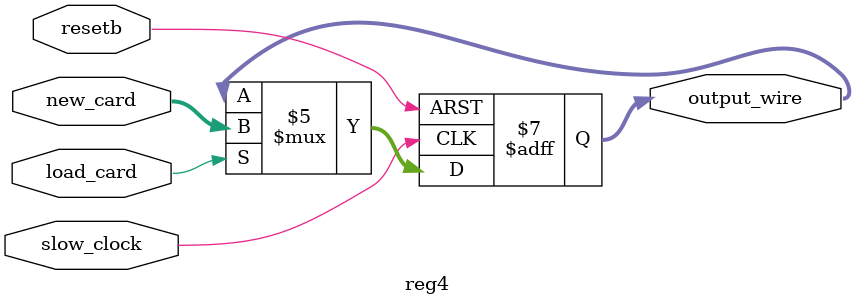
<source format=sv>
module datapath(input slow_clock, input fast_clock, input resetb,
                input load_pcard1, input load_pcard2, input load_pcard3,
                input load_dcard1, input load_dcard2, input load_dcard3,
                output [3:0] pcard3_out,
                output [3:0] pscore_out, output [3:0] dscore_out,
                output[6:0] HEX5, output[6:0] HEX4, output[6:0] HEX3,
                output[6:0] HEX2, output[6:0] HEX1, output[6:0] HEX0);
//FINAL COMMIT
wire [3:0] new_card, pcard1wire, pcard2wire, pcard3wire, dcard1wire, dcard2wire, dcard3wire;	

//dealcard instantiation
dealcard dealcard1(fast_clock, resetb, new_card);

//scorehand instantiations
scorehand player(pcard1wire, pcard2wire, pcard3_out, pscore_out);
scorehand dealer(dcard1wire, dcard2wire, dcard3wire, dscore_out);

//6 reg4 instantiations
reg4 reg4_1(load_pcard1, resetb, slow_clock, new_card, pcard1wire);
reg4 reg4_2(load_pcard2, resetb, slow_clock, new_card, pcard2wire);
reg4 reg4_3(load_pcard3, resetb, slow_clock, new_card, pcard3wire);
reg4 reg4_4(load_dcard1, resetb, slow_clock, new_card, dcard1wire);
reg4 reg4_5(load_dcard2, resetb, slow_clock, new_card, dcard2wire);
reg4 reg4_6(load_dcard3, resetb, slow_clock, new_card, dcard3wire);

//pcard3 to state machine
assign pcard3_out = pcard3wire;

//6 card7seg instantiations
card7seg seg_0(pcard1wire, HEX0);
card7seg seg_1(pcard2wire, HEX1);
card7seg seg_2(pcard3wire, HEX2);
card7seg seg_3(dcard1wire, HEX3);
card7seg seg_4(dcard2wire, HEX4);
card7seg seg_5(dcard3wire, HEX5);



// The code describing your datapath will go here.  Your datapath 
// will hierarchically instantiate six card7seg blocks, two scorehand
// blocks, and a dealcard block.  The registers may either be instatiated
// or included as sequential always blocks directly in this file.
//
// Follow the block diagram in the Lab 1 handout closely as you write this code.

endmodule

//reg4 file
module reg4 (load_card, resetb, slow_clock, new_card, output_wire);
input resetb, slow_clock, load_card;
input [3:0] new_card;
output reg [3:0] output_wire;

always @(posedge slow_clock or negedge resetb) begin
    if (resetb == 0)
        output_wire <= 4'b0000;      
    else if (load_card == 1'b1)
        output_wire <= new_card;
    else
        output_wire <= output_wire;
end
endmodule

</source>
